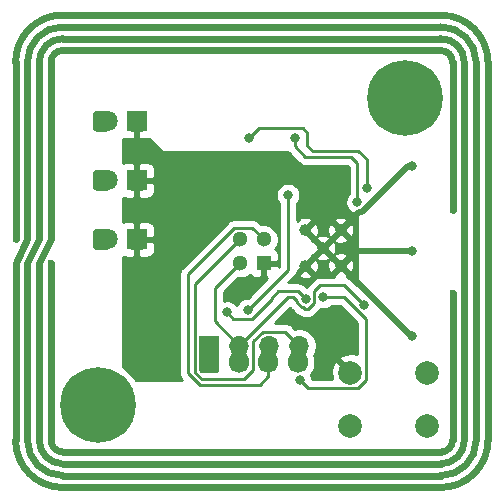
<source format=gbr>
%TF.GenerationSoftware,KiCad,Pcbnew,(5.1.9-0-10_14)*%
%TF.CreationDate,2021-04-20T15:14:01+01:00*%
%TF.ProjectId,PN532,504e3533-322e-46b6-9963-61645f706362,rev?*%
%TF.SameCoordinates,Original*%
%TF.FileFunction,Copper,L2,Bot*%
%TF.FilePolarity,Positive*%
%FSLAX46Y46*%
G04 Gerber Fmt 4.6, Leading zero omitted, Abs format (unit mm)*
G04 Created by KiCad (PCBNEW (5.1.9-0-10_14)) date 2021-04-20 15:14:01*
%MOMM*%
%LPD*%
G01*
G04 APERTURE LIST*
%TA.AperFunction,EtchedComponent*%
%ADD10C,0.600000*%
%TD*%
%TA.AperFunction,ComponentPad*%
%ADD11C,0.600000*%
%TD*%
%TA.AperFunction,ComponentPad*%
%ADD12C,1.000000*%
%TD*%
%TA.AperFunction,ComponentPad*%
%ADD13O,1.700000X1.700000*%
%TD*%
%TA.AperFunction,ComponentPad*%
%ADD14R,1.700000X1.700000*%
%TD*%
%TA.AperFunction,ComponentPad*%
%ADD15O,1.700000X1.850000*%
%TD*%
%TA.AperFunction,ComponentPad*%
%ADD16C,1.300000*%
%TD*%
%TA.AperFunction,ComponentPad*%
%ADD17R,1.300000X1.300000*%
%TD*%
%TA.AperFunction,ComponentPad*%
%ADD18C,2.000000*%
%TD*%
%TA.AperFunction,ComponentPad*%
%ADD19C,1.800000*%
%TD*%
%TA.AperFunction,ComponentPad*%
%ADD20R,1.800000X1.800000*%
%TD*%
%TA.AperFunction,ComponentPad*%
%ADD21C,0.800000*%
%TD*%
%TA.AperFunction,ComponentPad*%
%ADD22C,6.400000*%
%TD*%
%TA.AperFunction,ViaPad*%
%ADD23C,0.800000*%
%TD*%
%TA.AperFunction,Conductor*%
%ADD24C,0.500000*%
%TD*%
%TA.AperFunction,Conductor*%
%ADD25C,0.250000*%
%TD*%
%TA.AperFunction,Conductor*%
%ADD26C,0.254000*%
%TD*%
%TA.AperFunction,Conductor*%
%ADD27C,0.100000*%
%TD*%
G04 APERTURE END LIST*
D10*
%TO.C,A1*%
X105000000Y-59000000D02*
G75*
G03*
X101000000Y-63000000I0J-4000000D01*
G01*
X105000000Y-60000000D02*
G75*
G03*
X102000000Y-63000000I0J-3000000D01*
G01*
X105000000Y-61000000D02*
G75*
G03*
X103000000Y-63000000I0J-2000000D01*
G01*
X105000000Y-62000000D02*
G75*
G03*
X104000000Y-63000000I0J-1000000D01*
G01*
X101000000Y-95000000D02*
G75*
G03*
X105000000Y-99000000I4000000J0D01*
G01*
X102000000Y-95000000D02*
G75*
G03*
X105000000Y-98000000I3000000J0D01*
G01*
X103000000Y-95000000D02*
G75*
G03*
X105000000Y-97000000I2000000J0D01*
G01*
X104000000Y-95000000D02*
G75*
G03*
X105000000Y-96000000I1000000J0D01*
G01*
X141000000Y-63000000D02*
G75*
G03*
X137000000Y-59000000I-4000000J0D01*
G01*
X140000000Y-63000000D02*
G75*
G03*
X137000000Y-60000000I-3000000J0D01*
G01*
X139000000Y-63000000D02*
G75*
G03*
X137000000Y-61000000I-2000000J0D01*
G01*
X138000000Y-63000000D02*
G75*
G03*
X137000000Y-62000000I-1000000J0D01*
G01*
X137000000Y-99000000D02*
G75*
G03*
X141000000Y-95000000I0J4000000D01*
G01*
X137000000Y-98000000D02*
G75*
G03*
X140000000Y-95000000I0J3000000D01*
G01*
X137000000Y-97000000D02*
G75*
G03*
X139000000Y-95000000I0J2000000D01*
G01*
X137000000Y-96000000D02*
G75*
G03*
X138000000Y-95000000I0J1000000D01*
G01*
X105000000Y-99000000D02*
X137000000Y-99000000D01*
X141000000Y-95000000D02*
X141000000Y-63000000D01*
X137000000Y-59000000D02*
X105000000Y-59000000D01*
X140000000Y-95000000D02*
X140000000Y-63000000D01*
X137000000Y-60000000D02*
X105000000Y-60000000D01*
X137000000Y-98000000D02*
X105000000Y-98000000D01*
X105000000Y-97000000D02*
X137000000Y-97000000D01*
X139000000Y-95000000D02*
X139000000Y-63000000D01*
X137000000Y-61000000D02*
X105000000Y-61000000D01*
X105000000Y-96000000D02*
X137000000Y-96000000D01*
X138000000Y-95000000D02*
X138000000Y-82500000D01*
X138000000Y-63000000D02*
X138000000Y-75500000D01*
X137000000Y-62000000D02*
X105000000Y-62000000D01*
X104000000Y-95000000D02*
X104000000Y-80000000D01*
X103000000Y-95000000D02*
X103000000Y-80000000D01*
X103000000Y-80000000D02*
X104000000Y-78000000D01*
X104000000Y-78000000D02*
X104000000Y-63000000D01*
X102000000Y-95000000D02*
X102000000Y-80000000D01*
X102000000Y-80000000D02*
X103000000Y-78000000D01*
X103000000Y-78000000D02*
X103000000Y-63000000D01*
X101000000Y-95000000D02*
X101000000Y-80000000D01*
X101000000Y-80000000D02*
X102000000Y-78000000D01*
X102000000Y-78000000D02*
X102000000Y-63000000D01*
X101000000Y-63000000D02*
X101000000Y-78000000D01*
%TD*%
D11*
%TO.P,A1,~*%
%TO.N,N/C*%
X101000000Y-78000000D03*
X104000000Y-80000000D03*
%TO.P,A1,3*%
%TO.N,Net-(A1-Pad3)*%
X138000000Y-75500000D03*
%TO.P,A1,1*%
%TO.N,Net-(A1-Pad1)*%
X138000000Y-82500000D03*
%TO.P,A1,2*%
%TO.N,GND*%
X140000000Y-79000000D03*
%TD*%
D12*
%TO.P,U1,41*%
%TO.N,GND*%
X127025000Y-78725000D03*
X128525000Y-77225000D03*
X125525000Y-77225000D03*
X125525000Y-80225000D03*
X128525000Y-80225000D03*
%TD*%
D13*
%TO.P,J1,4*%
%TO.N,Net-(J1-Pad4)*%
X125020000Y-87000000D03*
%TO.P,J1,3*%
%TO.N,Net-(J1-Pad3)*%
X122480000Y-87000000D03*
%TO.P,J1,2*%
%TO.N,+5V*%
X119940000Y-87000000D03*
D14*
%TO.P,J1,1*%
%TO.N,GND*%
X117400000Y-87000000D03*
%TD*%
D15*
%TO.P,J2,4*%
%TO.N,Net-(J1-Pad4)*%
X124900000Y-88400000D03*
%TO.P,J2,3*%
%TO.N,Net-(J1-Pad3)*%
X122400000Y-88400000D03*
%TO.P,J2,2*%
%TO.N,+5V*%
X119900000Y-88400000D03*
%TO.P,J2,1*%
%TO.N,GND*%
%TA.AperFunction,ComponentPad*%
G36*
G01*
X116550000Y-89075000D02*
X116550000Y-87725000D01*
G75*
G02*
X116800000Y-87475000I250000J0D01*
G01*
X118000000Y-87475000D01*
G75*
G02*
X118250000Y-87725000I0J-250000D01*
G01*
X118250000Y-89075000D01*
G75*
G02*
X118000000Y-89325000I-250000J0D01*
G01*
X116800000Y-89325000D01*
G75*
G02*
X116550000Y-89075000I0J250000D01*
G01*
G37*
%TD.AperFunction*%
%TD*%
D16*
%TO.P,J3,4*%
%TO.N,Net-(J1-Pad4)*%
X120000000Y-78000000D03*
%TO.P,J3,3*%
%TO.N,Net-(J1-Pad3)*%
X122000000Y-78000000D03*
%TO.P,J3,2*%
%TO.N,+5V*%
X120000000Y-80000000D03*
D17*
%TO.P,J3,1*%
%TO.N,GND*%
X122000000Y-80000000D03*
%TD*%
D18*
%TO.P,SW1,1*%
%TO.N,GND*%
X129350000Y-89275000D03*
%TO.P,SW1,2*%
%TO.N,Net-(R10-Pad2)*%
X129350000Y-93775000D03*
%TO.P,SW1,1*%
%TO.N,GND*%
X135850000Y-89275000D03*
%TO.P,SW1,2*%
%TO.N,Net-(R10-Pad2)*%
X135850000Y-93775000D03*
%TD*%
%TO.P,D1,2*%
%TO.N,Net-(D1-Pad2)*%
%TA.AperFunction,SMDPad,CuDef*%
G36*
G01*
X108995000Y-67374374D02*
X108995000Y-68625626D01*
G75*
G02*
X108745626Y-68875000I-249374J0D01*
G01*
X107819374Y-68875000D01*
G75*
G02*
X107570000Y-68625626I0J249374D01*
G01*
X107570000Y-67374374D01*
G75*
G02*
X107819374Y-67125000I249374J0D01*
G01*
X108745626Y-67125000D01*
G75*
G02*
X108995000Y-67374374I0J-249374D01*
G01*
G37*
%TD.AperFunction*%
%TO.P,D1,1*%
%TO.N,GND*%
%TA.AperFunction,SMDPad,CuDef*%
G36*
G01*
X111970000Y-67374374D02*
X111970000Y-68625626D01*
G75*
G02*
X111720626Y-68875000I-249374J0D01*
G01*
X110794374Y-68875000D01*
G75*
G02*
X110545000Y-68625626I0J249374D01*
G01*
X110545000Y-67374374D01*
G75*
G02*
X110794374Y-67125000I249374J0D01*
G01*
X111720626Y-67125000D01*
G75*
G02*
X111970000Y-67374374I0J-249374D01*
G01*
G37*
%TD.AperFunction*%
D19*
%TO.P,D1,2*%
%TO.N,Net-(D1-Pad2)*%
X108730000Y-68000000D03*
D20*
%TO.P,D1,1*%
%TO.N,GND*%
X111270000Y-68000000D03*
%TD*%
%TO.P,D2,2*%
%TO.N,Net-(D2-Pad2)*%
%TA.AperFunction,SMDPad,CuDef*%
G36*
G01*
X108995000Y-72374374D02*
X108995000Y-73625626D01*
G75*
G02*
X108745626Y-73875000I-249374J0D01*
G01*
X107819374Y-73875000D01*
G75*
G02*
X107570000Y-73625626I0J249374D01*
G01*
X107570000Y-72374374D01*
G75*
G02*
X107819374Y-72125000I249374J0D01*
G01*
X108745626Y-72125000D01*
G75*
G02*
X108995000Y-72374374I0J-249374D01*
G01*
G37*
%TD.AperFunction*%
%TO.P,D2,1*%
%TO.N,GND*%
%TA.AperFunction,SMDPad,CuDef*%
G36*
G01*
X111970000Y-72374374D02*
X111970000Y-73625626D01*
G75*
G02*
X111720626Y-73875000I-249374J0D01*
G01*
X110794374Y-73875000D01*
G75*
G02*
X110545000Y-73625626I0J249374D01*
G01*
X110545000Y-72374374D01*
G75*
G02*
X110794374Y-72125000I249374J0D01*
G01*
X111720626Y-72125000D01*
G75*
G02*
X111970000Y-72374374I0J-249374D01*
G01*
G37*
%TD.AperFunction*%
D19*
%TO.P,D2,2*%
%TO.N,Net-(D2-Pad2)*%
X108730000Y-73000000D03*
D20*
%TO.P,D2,1*%
%TO.N,GND*%
X111270000Y-73000000D03*
%TD*%
%TO.P,D3,2*%
%TO.N,Net-(D3-Pad2)*%
%TA.AperFunction,SMDPad,CuDef*%
G36*
G01*
X108995000Y-77374374D02*
X108995000Y-78625626D01*
G75*
G02*
X108745626Y-78875000I-249374J0D01*
G01*
X107819374Y-78875000D01*
G75*
G02*
X107570000Y-78625626I0J249374D01*
G01*
X107570000Y-77374374D01*
G75*
G02*
X107819374Y-77125000I249374J0D01*
G01*
X108745626Y-77125000D01*
G75*
G02*
X108995000Y-77374374I0J-249374D01*
G01*
G37*
%TD.AperFunction*%
%TO.P,D3,1*%
%TO.N,GND*%
%TA.AperFunction,SMDPad,CuDef*%
G36*
G01*
X111970000Y-77374374D02*
X111970000Y-78625626D01*
G75*
G02*
X111720626Y-78875000I-249374J0D01*
G01*
X110794374Y-78875000D01*
G75*
G02*
X110545000Y-78625626I0J249374D01*
G01*
X110545000Y-77374374D01*
G75*
G02*
X110794374Y-77125000I249374J0D01*
G01*
X111720626Y-77125000D01*
G75*
G02*
X111970000Y-77374374I0J-249374D01*
G01*
G37*
%TD.AperFunction*%
D19*
%TO.P,D3,2*%
%TO.N,Net-(D3-Pad2)*%
X108730000Y-78000000D03*
D20*
%TO.P,D3,1*%
%TO.N,GND*%
X111270000Y-78000000D03*
%TD*%
D21*
%TO.P,H1,1*%
%TO.N,N/C*%
X135697056Y-64302944D03*
X134000000Y-63600000D03*
X132302944Y-64302944D03*
X131600000Y-66000000D03*
X132302944Y-67697056D03*
X134000000Y-68400000D03*
X135697056Y-67697056D03*
X136400000Y-66000000D03*
D22*
X134000000Y-66000000D03*
%TD*%
D21*
%TO.P,H2,1*%
%TO.N,N/C*%
X109697056Y-90302944D03*
X108000000Y-89600000D03*
X106302944Y-90302944D03*
X105600000Y-92000000D03*
X106302944Y-93697056D03*
X108000000Y-94400000D03*
X109697056Y-93697056D03*
X110400000Y-92000000D03*
D22*
X108000000Y-92000000D03*
%TD*%
D23*
%TO.N,GND*%
X113000000Y-82700000D03*
X120150000Y-75400000D03*
X124325000Y-84200000D03*
%TO.N,Net-(C10-Pad1)*%
X120800000Y-69400000D03*
%TO.N,GND*%
X134600000Y-79000000D03*
X128300000Y-85675000D03*
X134575000Y-71800000D03*
X134575000Y-86200000D03*
X121800000Y-71425000D03*
X128500000Y-73500000D03*
%TO.N,Net-(C8-Pad1)*%
X124625000Y-69400000D03*
X129950810Y-74847094D03*
%TO.N,+5V*%
X130481905Y-83556586D03*
%TO.N,Net-(R5-Pad1)*%
X125101533Y-89910927D03*
X127051144Y-82895924D03*
%TO.N,Net-(C10-Pad1)*%
X130720199Y-73675000D03*
%TO.N,Net-(R9-Pad1)*%
X125574844Y-83023497D03*
X118899980Y-84183424D03*
%TO.N,Net-(R10-Pad2)*%
X124075000Y-74250000D03*
X120706175Y-83968505D03*
%TD*%
D24*
%TO.N,GND*%
X129750000Y-79000000D02*
X128525000Y-80225000D01*
X134600000Y-79000000D02*
X129750000Y-79000000D01*
X134575000Y-71800000D02*
X134255906Y-71800000D01*
X130358811Y-75697095D02*
X130052905Y-75697095D01*
X130052905Y-75697095D02*
X128525000Y-77225000D01*
X134255906Y-71800000D02*
X130358811Y-75697095D01*
X134500000Y-86200000D02*
X128525000Y-80225000D01*
X134575000Y-86200000D02*
X134500000Y-86200000D01*
D25*
X122000000Y-80000000D02*
X121700000Y-80000000D01*
%TO.N,Net-(C8-Pad1)*%
X124625000Y-69400000D02*
X124625000Y-70125000D01*
X125500000Y-71000000D02*
X129400000Y-71000000D01*
X124625000Y-70125000D02*
X125500000Y-71000000D01*
X129400000Y-71000000D02*
X129950810Y-71550810D01*
X129950810Y-71550810D02*
X129950810Y-74847094D01*
%TO.N,+5V*%
X117849991Y-84909991D02*
X119940000Y-87000000D01*
X120000000Y-80000000D02*
X117849991Y-82150009D01*
X117849991Y-82150009D02*
X117849991Y-84909991D01*
X125348498Y-83748498D02*
X125500000Y-83900000D01*
X126300000Y-83371347D02*
X126300000Y-82400000D01*
X125771347Y-83900000D02*
X126300000Y-83371347D01*
X126800000Y-81900000D02*
X128825319Y-81900000D01*
X124849843Y-83371498D02*
X125226843Y-83748498D01*
X119940000Y-87000000D02*
X124040000Y-82900000D01*
X124040000Y-82900000D02*
X124500000Y-82900000D01*
X125500000Y-83900000D02*
X125771347Y-83900000D01*
X128825319Y-81900000D02*
X130481905Y-83556586D01*
X124500000Y-82900000D02*
X124849843Y-83249843D01*
X124849843Y-83249843D02*
X124849843Y-83371498D01*
X125226843Y-83748498D02*
X125348498Y-83748498D01*
X126300000Y-82400000D02*
X126800000Y-81900000D01*
%TO.N,Net-(J1-Pad4)*%
X120000000Y-78000000D02*
X116224990Y-81775010D01*
X116224990Y-81775010D02*
X116224990Y-89313180D01*
X116761799Y-89849989D02*
X120313601Y-89849989D01*
X120313601Y-89849989D02*
X121115001Y-89048589D01*
X121115001Y-89048589D02*
X121115001Y-86625997D01*
X121115001Y-86625997D02*
X121915999Y-85824999D01*
X121915999Y-85824999D02*
X123844999Y-85824999D01*
X116224990Y-89313180D02*
X116761799Y-89849989D01*
X123844999Y-85824999D02*
X125020000Y-87000000D01*
%TO.N,Net-(J1-Pad3)*%
X121024999Y-77024999D02*
X122000000Y-78000000D01*
X122400000Y-88400000D02*
X122400000Y-89575000D01*
X115600000Y-89324601D02*
X115600000Y-80956998D01*
X115600000Y-80956998D02*
X119531999Y-77024999D01*
X121675000Y-90300000D02*
X116575399Y-90300000D01*
X116575399Y-90300000D02*
X115600000Y-89324601D01*
X119531999Y-77024999D02*
X121024999Y-77024999D01*
X122400000Y-89575000D02*
X121675000Y-90300000D01*
%TO.N,Net-(R5-Pad1)*%
X127051144Y-82895924D02*
X128795924Y-82895924D01*
X125790607Y-90600001D02*
X125101533Y-89910927D01*
X130675001Y-89911001D02*
X129986001Y-90600001D01*
X130675001Y-84775001D02*
X130675001Y-89911001D01*
X129986001Y-90600001D02*
X125790607Y-90600001D01*
X128795924Y-82895924D02*
X130675001Y-84775001D01*
%TO.N,Net-(C10-Pad1)*%
X126150000Y-70500000D02*
X130000000Y-70500000D01*
X130720199Y-71220199D02*
X130720199Y-73675000D01*
X125700000Y-68950000D02*
X125700000Y-70050000D01*
X125700000Y-70050000D02*
X126150000Y-70500000D01*
X121600000Y-68600000D02*
X125350000Y-68600000D01*
X120800000Y-69400000D02*
X121600000Y-68600000D01*
X125350000Y-68600000D02*
X125700000Y-68950000D01*
X130000000Y-70500000D02*
X130720199Y-71220199D01*
%TO.N,Net-(R9-Pad1)*%
X119416556Y-84700000D02*
X118899980Y-84183424D01*
X123200000Y-82400000D02*
X122676503Y-82923497D01*
X124951347Y-82400000D02*
X123200000Y-82400000D01*
X125574844Y-83023497D02*
X124951347Y-82400000D01*
X122676503Y-82923497D02*
X122676503Y-83023497D01*
X121000000Y-84700000D02*
X119416556Y-84700000D01*
X122676503Y-83023497D02*
X121000000Y-84700000D01*
%TO.N,Net-(R10-Pad2)*%
X124075000Y-74250000D02*
X124075000Y-80599680D01*
X124075000Y-80599680D02*
X120706175Y-83968505D01*
%TD*%
D26*
%TO.N,GND*%
X111384500Y-67873000D02*
X111404500Y-67873000D01*
X111404500Y-68127000D01*
X111384500Y-68127000D01*
X111384500Y-69351250D01*
X111397000Y-69363750D01*
X111397000Y-69376250D01*
X111555750Y-69535000D01*
X112170000Y-69538072D01*
X112294482Y-69525812D01*
X112373191Y-69501936D01*
X112375440Y-69524776D01*
X112382667Y-69548601D01*
X112394403Y-69570557D01*
X112410197Y-69589803D01*
X113410197Y-70589803D01*
X113429443Y-70605597D01*
X113451399Y-70617333D01*
X113475224Y-70624560D01*
X113500000Y-70627000D01*
X124053813Y-70627000D01*
X124085000Y-70665001D01*
X124113998Y-70688799D01*
X124936200Y-71511002D01*
X124959999Y-71540001D01*
X125075724Y-71634974D01*
X125207753Y-71705546D01*
X125351014Y-71749003D01*
X125462667Y-71760000D01*
X125462677Y-71760000D01*
X125500000Y-71763676D01*
X125537323Y-71760000D01*
X129085199Y-71760000D01*
X129190810Y-71865612D01*
X129190811Y-74143382D01*
X129146873Y-74187320D01*
X129033605Y-74356838D01*
X128955584Y-74545196D01*
X128915810Y-74745155D01*
X128915810Y-74949033D01*
X128955584Y-75148992D01*
X129033605Y-75337350D01*
X129146873Y-75506868D01*
X129291036Y-75651031D01*
X129460554Y-75764299D01*
X129648912Y-75842320D01*
X129848871Y-75882094D01*
X129873000Y-75882094D01*
X129873000Y-81872880D01*
X129389122Y-81389002D01*
X129365320Y-81359999D01*
X129249595Y-81265026D01*
X129117566Y-81194454D01*
X129093302Y-81187094D01*
X129123561Y-81003166D01*
X128525000Y-80404605D01*
X127926439Y-81003166D01*
X127948950Y-81140000D01*
X126837325Y-81140000D01*
X126800000Y-81136324D01*
X126762675Y-81140000D01*
X126762667Y-81140000D01*
X126651014Y-81150997D01*
X126507753Y-81194454D01*
X126375724Y-81265026D01*
X126259999Y-81359999D01*
X126236196Y-81389003D01*
X125788998Y-81836201D01*
X125760000Y-81859999D01*
X125736202Y-81888997D01*
X125736201Y-81888998D01*
X125665026Y-81975724D01*
X125658199Y-81988497D01*
X125614645Y-81988497D01*
X125515150Y-81889002D01*
X125491348Y-81859999D01*
X125375623Y-81765026D01*
X125243594Y-81694454D01*
X125100333Y-81650997D01*
X124988680Y-81640000D01*
X124988669Y-81640000D01*
X124951347Y-81636324D01*
X124914025Y-81640000D01*
X124109482Y-81640000D01*
X124586003Y-81163479D01*
X124615001Y-81139681D01*
X124672627Y-81069464D01*
X124709974Y-81023957D01*
X124721087Y-81003166D01*
X124926439Y-81003166D01*
X124961550Y-81216588D01*
X125165826Y-81307458D01*
X125383905Y-81356731D01*
X125607406Y-81362511D01*
X125827740Y-81324577D01*
X126036440Y-81244387D01*
X126088450Y-81216588D01*
X126123561Y-81003166D01*
X125525000Y-80404605D01*
X124926439Y-81003166D01*
X124721087Y-81003166D01*
X124780546Y-80891927D01*
X124802625Y-80819140D01*
X124824003Y-80748666D01*
X124824251Y-80746144D01*
X125345395Y-80225000D01*
X125704605Y-80225000D01*
X126303166Y-80823561D01*
X126516588Y-80788450D01*
X126607458Y-80584174D01*
X126656731Y-80366095D01*
X126662511Y-80142594D01*
X126624577Y-79922260D01*
X126562868Y-79761658D01*
X126665826Y-79807458D01*
X126883905Y-79856731D01*
X127107406Y-79862511D01*
X127327740Y-79824577D01*
X127488342Y-79762868D01*
X127442542Y-79865826D01*
X127393269Y-80083905D01*
X127387489Y-80307406D01*
X127425423Y-80527740D01*
X127505613Y-80736440D01*
X127533412Y-80788450D01*
X127746834Y-80823561D01*
X128345395Y-80225000D01*
X128704605Y-80225000D01*
X129303166Y-80823561D01*
X129516588Y-80788450D01*
X129607458Y-80584174D01*
X129656731Y-80366095D01*
X129662511Y-80142594D01*
X129624577Y-79922260D01*
X129544387Y-79713560D01*
X129516588Y-79661550D01*
X129303166Y-79626439D01*
X128704605Y-80225000D01*
X128345395Y-80225000D01*
X127746834Y-79626439D01*
X127599287Y-79650713D01*
X127623561Y-79503166D01*
X127025000Y-78904605D01*
X126426439Y-79503166D01*
X126450713Y-79650713D01*
X126303166Y-79626439D01*
X125704605Y-80225000D01*
X125345395Y-80225000D01*
X125331253Y-80210858D01*
X125510858Y-80031253D01*
X125525000Y-80045395D01*
X126123561Y-79446834D01*
X126099287Y-79299287D01*
X126246834Y-79323561D01*
X126845395Y-78725000D01*
X127204605Y-78725000D01*
X127803166Y-79323561D01*
X127950713Y-79299287D01*
X127926439Y-79446834D01*
X128525000Y-80045395D01*
X129123561Y-79446834D01*
X129088450Y-79233412D01*
X128884174Y-79142542D01*
X128666095Y-79093269D01*
X128442594Y-79087489D01*
X128222260Y-79125423D01*
X128061658Y-79187132D01*
X128107458Y-79084174D01*
X128156731Y-78866095D01*
X128162511Y-78642594D01*
X128124577Y-78422260D01*
X128062868Y-78261658D01*
X128165826Y-78307458D01*
X128383905Y-78356731D01*
X128607406Y-78362511D01*
X128827740Y-78324577D01*
X129036440Y-78244387D01*
X129088450Y-78216588D01*
X129123561Y-78003166D01*
X128525000Y-77404605D01*
X127926439Y-78003166D01*
X127950713Y-78150713D01*
X127803166Y-78126439D01*
X127204605Y-78725000D01*
X126845395Y-78725000D01*
X126246834Y-78126439D01*
X126099287Y-78150713D01*
X126123561Y-78003166D01*
X125525000Y-77404605D01*
X125510858Y-77418748D01*
X125331253Y-77239143D01*
X125345395Y-77225000D01*
X125704605Y-77225000D01*
X126303166Y-77823561D01*
X126450713Y-77799287D01*
X126426439Y-77946834D01*
X127025000Y-78545395D01*
X127623561Y-77946834D01*
X127599287Y-77799287D01*
X127746834Y-77823561D01*
X128345395Y-77225000D01*
X128704605Y-77225000D01*
X129303166Y-77823561D01*
X129516588Y-77788450D01*
X129607458Y-77584174D01*
X129656731Y-77366095D01*
X129662511Y-77142594D01*
X129624577Y-76922260D01*
X129544387Y-76713560D01*
X129516588Y-76661550D01*
X129303166Y-76626439D01*
X128704605Y-77225000D01*
X128345395Y-77225000D01*
X127746834Y-76626439D01*
X127533412Y-76661550D01*
X127442542Y-76865826D01*
X127393269Y-77083905D01*
X127387489Y-77307406D01*
X127425423Y-77527740D01*
X127487132Y-77688342D01*
X127384174Y-77642542D01*
X127166095Y-77593269D01*
X126942594Y-77587489D01*
X126722260Y-77625423D01*
X126561658Y-77687132D01*
X126607458Y-77584174D01*
X126656731Y-77366095D01*
X126662511Y-77142594D01*
X126624577Y-76922260D01*
X126544387Y-76713560D01*
X126516588Y-76661550D01*
X126303166Y-76626439D01*
X125704605Y-77225000D01*
X125345395Y-77225000D01*
X125331253Y-77210858D01*
X125510858Y-77031253D01*
X125525000Y-77045395D01*
X126123561Y-76446834D01*
X127926439Y-76446834D01*
X128525000Y-77045395D01*
X129123561Y-76446834D01*
X129088450Y-76233412D01*
X128884174Y-76142542D01*
X128666095Y-76093269D01*
X128442594Y-76087489D01*
X128222260Y-76125423D01*
X128013560Y-76205613D01*
X127961550Y-76233412D01*
X127926439Y-76446834D01*
X126123561Y-76446834D01*
X126088450Y-76233412D01*
X125884174Y-76142542D01*
X125666095Y-76093269D01*
X125442594Y-76087489D01*
X125222260Y-76125423D01*
X125013560Y-76205613D01*
X124961550Y-76233412D01*
X124926439Y-76446831D01*
X124835000Y-76355392D01*
X124835000Y-74953711D01*
X124878937Y-74909774D01*
X124992205Y-74740256D01*
X125070226Y-74551898D01*
X125110000Y-74351939D01*
X125110000Y-74148061D01*
X125070226Y-73948102D01*
X124992205Y-73759744D01*
X124878937Y-73590226D01*
X124734774Y-73446063D01*
X124565256Y-73332795D01*
X124376898Y-73254774D01*
X124176939Y-73215000D01*
X123973061Y-73215000D01*
X123773102Y-73254774D01*
X123584744Y-73332795D01*
X123415226Y-73446063D01*
X123271063Y-73590226D01*
X123157795Y-73759744D01*
X123079774Y-73948102D01*
X123040000Y-74148061D01*
X123040000Y-74351939D01*
X123079774Y-74551898D01*
X123157795Y-74740256D01*
X123271063Y-74909774D01*
X123315000Y-74953711D01*
X123315001Y-80284877D01*
X123285244Y-80314634D01*
X123285000Y-80285750D01*
X123126250Y-80127000D01*
X122127000Y-80127000D01*
X122127000Y-81126250D01*
X122285750Y-81285000D01*
X122314635Y-81285244D01*
X120666374Y-82933505D01*
X120604236Y-82933505D01*
X120404277Y-82973279D01*
X120215919Y-83051300D01*
X120046401Y-83164568D01*
X119902238Y-83308731D01*
X119788970Y-83478249D01*
X119744812Y-83584854D01*
X119703917Y-83523650D01*
X119559754Y-83379487D01*
X119390236Y-83266219D01*
X119201878Y-83188198D01*
X119001919Y-83148424D01*
X118798041Y-83148424D01*
X118609991Y-83185829D01*
X118609991Y-82464810D01*
X119803678Y-81271124D01*
X119873439Y-81285000D01*
X120126561Y-81285000D01*
X120374821Y-81235619D01*
X120608676Y-81138753D01*
X120816870Y-80999642D01*
X120819463Y-81004494D01*
X120898815Y-81101185D01*
X120995506Y-81180537D01*
X121105820Y-81239502D01*
X121225518Y-81275812D01*
X121350000Y-81288072D01*
X121714250Y-81285000D01*
X121873000Y-81126250D01*
X121873000Y-80127000D01*
X121853000Y-80127000D01*
X121853000Y-79873000D01*
X121873000Y-79873000D01*
X121873000Y-79853000D01*
X122127000Y-79853000D01*
X122127000Y-79873000D01*
X123126250Y-79873000D01*
X123285000Y-79714250D01*
X123288072Y-79350000D01*
X123275812Y-79225518D01*
X123239502Y-79105820D01*
X123180537Y-78995506D01*
X123101185Y-78898815D01*
X123004494Y-78819463D01*
X122999642Y-78816870D01*
X123138753Y-78608676D01*
X123235619Y-78374821D01*
X123285000Y-78126561D01*
X123285000Y-77873439D01*
X123235619Y-77625179D01*
X123138753Y-77391324D01*
X122998125Y-77180860D01*
X122819140Y-77001875D01*
X122608676Y-76861247D01*
X122374821Y-76764381D01*
X122126561Y-76715000D01*
X121873439Y-76715000D01*
X121803677Y-76728876D01*
X121588803Y-76514001D01*
X121565000Y-76484998D01*
X121449275Y-76390025D01*
X121317246Y-76319453D01*
X121173985Y-76275996D01*
X121062332Y-76264999D01*
X121062321Y-76264999D01*
X121024999Y-76261323D01*
X120987677Y-76264999D01*
X119569321Y-76264999D01*
X119531998Y-76261323D01*
X119494675Y-76264999D01*
X119494666Y-76264999D01*
X119383013Y-76275996D01*
X119239752Y-76319453D01*
X119107723Y-76390025D01*
X118991998Y-76484998D01*
X118968200Y-76513996D01*
X115088998Y-80393199D01*
X115060000Y-80416997D01*
X115036202Y-80445995D01*
X115036201Y-80445996D01*
X114965026Y-80532722D01*
X114894454Y-80664752D01*
X114850998Y-80808013D01*
X114836324Y-80956998D01*
X114840001Y-80994330D01*
X114840000Y-89287279D01*
X114836324Y-89324601D01*
X114840000Y-89361923D01*
X114840000Y-89361933D01*
X114850997Y-89473586D01*
X114893085Y-89612333D01*
X114894454Y-89616847D01*
X114965026Y-89748877D01*
X114997951Y-89788996D01*
X115059999Y-89864602D01*
X115070232Y-89873000D01*
X111191099Y-89873000D01*
X110978839Y-89555330D01*
X110444670Y-89021161D01*
X110127000Y-88808901D01*
X110127000Y-79489860D01*
X110245518Y-79525812D01*
X110370000Y-79538072D01*
X110984250Y-79535000D01*
X111143000Y-79376250D01*
X111143000Y-78127000D01*
X111384500Y-78127000D01*
X111384500Y-79351250D01*
X111397000Y-79363750D01*
X111397000Y-79376250D01*
X111555750Y-79535000D01*
X112170000Y-79538072D01*
X112294482Y-79525812D01*
X112414180Y-79489502D01*
X112524494Y-79430537D01*
X112621185Y-79351185D01*
X112700537Y-79254494D01*
X112759502Y-79144180D01*
X112795812Y-79024482D01*
X112808072Y-78900000D01*
X112805000Y-78285750D01*
X112646250Y-78127000D01*
X111384500Y-78127000D01*
X111143000Y-78127000D01*
X111123000Y-78127000D01*
X111123000Y-77873000D01*
X111143000Y-77873000D01*
X111143000Y-76648750D01*
X111384500Y-76648750D01*
X111384500Y-77873000D01*
X112646250Y-77873000D01*
X112805000Y-77714250D01*
X112808072Y-77100000D01*
X112795812Y-76975518D01*
X112759502Y-76855820D01*
X112700537Y-76745506D01*
X112621185Y-76648815D01*
X112524494Y-76569463D01*
X112414180Y-76510498D01*
X112294482Y-76474188D01*
X112170000Y-76461928D01*
X111555750Y-76465000D01*
X111397000Y-76623750D01*
X111397000Y-76636250D01*
X111384500Y-76648750D01*
X111143000Y-76648750D01*
X111143000Y-76623750D01*
X110984250Y-76465000D01*
X110370000Y-76461928D01*
X110245518Y-76474188D01*
X110127000Y-76510140D01*
X110127000Y-74489860D01*
X110245518Y-74525812D01*
X110370000Y-74538072D01*
X110984250Y-74535000D01*
X111143000Y-74376250D01*
X111143000Y-73127000D01*
X111384500Y-73127000D01*
X111384500Y-74351250D01*
X111397000Y-74363750D01*
X111397000Y-74376250D01*
X111555750Y-74535000D01*
X112170000Y-74538072D01*
X112294482Y-74525812D01*
X112414180Y-74489502D01*
X112524494Y-74430537D01*
X112621185Y-74351185D01*
X112700537Y-74254494D01*
X112759502Y-74144180D01*
X112795812Y-74024482D01*
X112808072Y-73900000D01*
X112805000Y-73285750D01*
X112646250Y-73127000D01*
X111384500Y-73127000D01*
X111143000Y-73127000D01*
X111123000Y-73127000D01*
X111123000Y-72873000D01*
X111143000Y-72873000D01*
X111143000Y-71648750D01*
X111384500Y-71648750D01*
X111384500Y-72873000D01*
X112646250Y-72873000D01*
X112805000Y-72714250D01*
X112808072Y-72100000D01*
X112795812Y-71975518D01*
X112759502Y-71855820D01*
X112700537Y-71745506D01*
X112621185Y-71648815D01*
X112524494Y-71569463D01*
X112414180Y-71510498D01*
X112294482Y-71474188D01*
X112170000Y-71461928D01*
X111555750Y-71465000D01*
X111397000Y-71623750D01*
X111397000Y-71636250D01*
X111384500Y-71648750D01*
X111143000Y-71648750D01*
X111143000Y-71623750D01*
X110984250Y-71465000D01*
X110370000Y-71461928D01*
X110245518Y-71474188D01*
X110127000Y-71510140D01*
X110127000Y-69489860D01*
X110245518Y-69525812D01*
X110370000Y-69538072D01*
X110984250Y-69535000D01*
X111143000Y-69376250D01*
X111143000Y-68127000D01*
X111123000Y-68127000D01*
X111123000Y-67873000D01*
X111143000Y-67873000D01*
X111143000Y-67853000D01*
X111384500Y-67853000D01*
X111384500Y-67873000D01*
%TA.AperFunction,Conductor*%
D27*
G36*
X111384500Y-67873000D02*
G01*
X111404500Y-67873000D01*
X111404500Y-68127000D01*
X111384500Y-68127000D01*
X111384500Y-69351250D01*
X111397000Y-69363750D01*
X111397000Y-69376250D01*
X111555750Y-69535000D01*
X112170000Y-69538072D01*
X112294482Y-69525812D01*
X112373191Y-69501936D01*
X112375440Y-69524776D01*
X112382667Y-69548601D01*
X112394403Y-69570557D01*
X112410197Y-69589803D01*
X113410197Y-70589803D01*
X113429443Y-70605597D01*
X113451399Y-70617333D01*
X113475224Y-70624560D01*
X113500000Y-70627000D01*
X124053813Y-70627000D01*
X124085000Y-70665001D01*
X124113998Y-70688799D01*
X124936200Y-71511002D01*
X124959999Y-71540001D01*
X125075724Y-71634974D01*
X125207753Y-71705546D01*
X125351014Y-71749003D01*
X125462667Y-71760000D01*
X125462677Y-71760000D01*
X125500000Y-71763676D01*
X125537323Y-71760000D01*
X129085199Y-71760000D01*
X129190810Y-71865612D01*
X129190811Y-74143382D01*
X129146873Y-74187320D01*
X129033605Y-74356838D01*
X128955584Y-74545196D01*
X128915810Y-74745155D01*
X128915810Y-74949033D01*
X128955584Y-75148992D01*
X129033605Y-75337350D01*
X129146873Y-75506868D01*
X129291036Y-75651031D01*
X129460554Y-75764299D01*
X129648912Y-75842320D01*
X129848871Y-75882094D01*
X129873000Y-75882094D01*
X129873000Y-81872880D01*
X129389122Y-81389002D01*
X129365320Y-81359999D01*
X129249595Y-81265026D01*
X129117566Y-81194454D01*
X129093302Y-81187094D01*
X129123561Y-81003166D01*
X128525000Y-80404605D01*
X127926439Y-81003166D01*
X127948950Y-81140000D01*
X126837325Y-81140000D01*
X126800000Y-81136324D01*
X126762675Y-81140000D01*
X126762667Y-81140000D01*
X126651014Y-81150997D01*
X126507753Y-81194454D01*
X126375724Y-81265026D01*
X126259999Y-81359999D01*
X126236196Y-81389003D01*
X125788998Y-81836201D01*
X125760000Y-81859999D01*
X125736202Y-81888997D01*
X125736201Y-81888998D01*
X125665026Y-81975724D01*
X125658199Y-81988497D01*
X125614645Y-81988497D01*
X125515150Y-81889002D01*
X125491348Y-81859999D01*
X125375623Y-81765026D01*
X125243594Y-81694454D01*
X125100333Y-81650997D01*
X124988680Y-81640000D01*
X124988669Y-81640000D01*
X124951347Y-81636324D01*
X124914025Y-81640000D01*
X124109482Y-81640000D01*
X124586003Y-81163479D01*
X124615001Y-81139681D01*
X124672627Y-81069464D01*
X124709974Y-81023957D01*
X124721087Y-81003166D01*
X124926439Y-81003166D01*
X124961550Y-81216588D01*
X125165826Y-81307458D01*
X125383905Y-81356731D01*
X125607406Y-81362511D01*
X125827740Y-81324577D01*
X126036440Y-81244387D01*
X126088450Y-81216588D01*
X126123561Y-81003166D01*
X125525000Y-80404605D01*
X124926439Y-81003166D01*
X124721087Y-81003166D01*
X124780546Y-80891927D01*
X124802625Y-80819140D01*
X124824003Y-80748666D01*
X124824251Y-80746144D01*
X125345395Y-80225000D01*
X125704605Y-80225000D01*
X126303166Y-80823561D01*
X126516588Y-80788450D01*
X126607458Y-80584174D01*
X126656731Y-80366095D01*
X126662511Y-80142594D01*
X126624577Y-79922260D01*
X126562868Y-79761658D01*
X126665826Y-79807458D01*
X126883905Y-79856731D01*
X127107406Y-79862511D01*
X127327740Y-79824577D01*
X127488342Y-79762868D01*
X127442542Y-79865826D01*
X127393269Y-80083905D01*
X127387489Y-80307406D01*
X127425423Y-80527740D01*
X127505613Y-80736440D01*
X127533412Y-80788450D01*
X127746834Y-80823561D01*
X128345395Y-80225000D01*
X128704605Y-80225000D01*
X129303166Y-80823561D01*
X129516588Y-80788450D01*
X129607458Y-80584174D01*
X129656731Y-80366095D01*
X129662511Y-80142594D01*
X129624577Y-79922260D01*
X129544387Y-79713560D01*
X129516588Y-79661550D01*
X129303166Y-79626439D01*
X128704605Y-80225000D01*
X128345395Y-80225000D01*
X127746834Y-79626439D01*
X127599287Y-79650713D01*
X127623561Y-79503166D01*
X127025000Y-78904605D01*
X126426439Y-79503166D01*
X126450713Y-79650713D01*
X126303166Y-79626439D01*
X125704605Y-80225000D01*
X125345395Y-80225000D01*
X125331253Y-80210858D01*
X125510858Y-80031253D01*
X125525000Y-80045395D01*
X126123561Y-79446834D01*
X126099287Y-79299287D01*
X126246834Y-79323561D01*
X126845395Y-78725000D01*
X127204605Y-78725000D01*
X127803166Y-79323561D01*
X127950713Y-79299287D01*
X127926439Y-79446834D01*
X128525000Y-80045395D01*
X129123561Y-79446834D01*
X129088450Y-79233412D01*
X128884174Y-79142542D01*
X128666095Y-79093269D01*
X128442594Y-79087489D01*
X128222260Y-79125423D01*
X128061658Y-79187132D01*
X128107458Y-79084174D01*
X128156731Y-78866095D01*
X128162511Y-78642594D01*
X128124577Y-78422260D01*
X128062868Y-78261658D01*
X128165826Y-78307458D01*
X128383905Y-78356731D01*
X128607406Y-78362511D01*
X128827740Y-78324577D01*
X129036440Y-78244387D01*
X129088450Y-78216588D01*
X129123561Y-78003166D01*
X128525000Y-77404605D01*
X127926439Y-78003166D01*
X127950713Y-78150713D01*
X127803166Y-78126439D01*
X127204605Y-78725000D01*
X126845395Y-78725000D01*
X126246834Y-78126439D01*
X126099287Y-78150713D01*
X126123561Y-78003166D01*
X125525000Y-77404605D01*
X125510858Y-77418748D01*
X125331253Y-77239143D01*
X125345395Y-77225000D01*
X125704605Y-77225000D01*
X126303166Y-77823561D01*
X126450713Y-77799287D01*
X126426439Y-77946834D01*
X127025000Y-78545395D01*
X127623561Y-77946834D01*
X127599287Y-77799287D01*
X127746834Y-77823561D01*
X128345395Y-77225000D01*
X128704605Y-77225000D01*
X129303166Y-77823561D01*
X129516588Y-77788450D01*
X129607458Y-77584174D01*
X129656731Y-77366095D01*
X129662511Y-77142594D01*
X129624577Y-76922260D01*
X129544387Y-76713560D01*
X129516588Y-76661550D01*
X129303166Y-76626439D01*
X128704605Y-77225000D01*
X128345395Y-77225000D01*
X127746834Y-76626439D01*
X127533412Y-76661550D01*
X127442542Y-76865826D01*
X127393269Y-77083905D01*
X127387489Y-77307406D01*
X127425423Y-77527740D01*
X127487132Y-77688342D01*
X127384174Y-77642542D01*
X127166095Y-77593269D01*
X126942594Y-77587489D01*
X126722260Y-77625423D01*
X126561658Y-77687132D01*
X126607458Y-77584174D01*
X126656731Y-77366095D01*
X126662511Y-77142594D01*
X126624577Y-76922260D01*
X126544387Y-76713560D01*
X126516588Y-76661550D01*
X126303166Y-76626439D01*
X125704605Y-77225000D01*
X125345395Y-77225000D01*
X125331253Y-77210858D01*
X125510858Y-77031253D01*
X125525000Y-77045395D01*
X126123561Y-76446834D01*
X127926439Y-76446834D01*
X128525000Y-77045395D01*
X129123561Y-76446834D01*
X129088450Y-76233412D01*
X128884174Y-76142542D01*
X128666095Y-76093269D01*
X128442594Y-76087489D01*
X128222260Y-76125423D01*
X128013560Y-76205613D01*
X127961550Y-76233412D01*
X127926439Y-76446834D01*
X126123561Y-76446834D01*
X126088450Y-76233412D01*
X125884174Y-76142542D01*
X125666095Y-76093269D01*
X125442594Y-76087489D01*
X125222260Y-76125423D01*
X125013560Y-76205613D01*
X124961550Y-76233412D01*
X124926439Y-76446831D01*
X124835000Y-76355392D01*
X124835000Y-74953711D01*
X124878937Y-74909774D01*
X124992205Y-74740256D01*
X125070226Y-74551898D01*
X125110000Y-74351939D01*
X125110000Y-74148061D01*
X125070226Y-73948102D01*
X124992205Y-73759744D01*
X124878937Y-73590226D01*
X124734774Y-73446063D01*
X124565256Y-73332795D01*
X124376898Y-73254774D01*
X124176939Y-73215000D01*
X123973061Y-73215000D01*
X123773102Y-73254774D01*
X123584744Y-73332795D01*
X123415226Y-73446063D01*
X123271063Y-73590226D01*
X123157795Y-73759744D01*
X123079774Y-73948102D01*
X123040000Y-74148061D01*
X123040000Y-74351939D01*
X123079774Y-74551898D01*
X123157795Y-74740256D01*
X123271063Y-74909774D01*
X123315000Y-74953711D01*
X123315001Y-80284877D01*
X123285244Y-80314634D01*
X123285000Y-80285750D01*
X123126250Y-80127000D01*
X122127000Y-80127000D01*
X122127000Y-81126250D01*
X122285750Y-81285000D01*
X122314635Y-81285244D01*
X120666374Y-82933505D01*
X120604236Y-82933505D01*
X120404277Y-82973279D01*
X120215919Y-83051300D01*
X120046401Y-83164568D01*
X119902238Y-83308731D01*
X119788970Y-83478249D01*
X119744812Y-83584854D01*
X119703917Y-83523650D01*
X119559754Y-83379487D01*
X119390236Y-83266219D01*
X119201878Y-83188198D01*
X119001919Y-83148424D01*
X118798041Y-83148424D01*
X118609991Y-83185829D01*
X118609991Y-82464810D01*
X119803678Y-81271124D01*
X119873439Y-81285000D01*
X120126561Y-81285000D01*
X120374821Y-81235619D01*
X120608676Y-81138753D01*
X120816870Y-80999642D01*
X120819463Y-81004494D01*
X120898815Y-81101185D01*
X120995506Y-81180537D01*
X121105820Y-81239502D01*
X121225518Y-81275812D01*
X121350000Y-81288072D01*
X121714250Y-81285000D01*
X121873000Y-81126250D01*
X121873000Y-80127000D01*
X121853000Y-80127000D01*
X121853000Y-79873000D01*
X121873000Y-79873000D01*
X121873000Y-79853000D01*
X122127000Y-79853000D01*
X122127000Y-79873000D01*
X123126250Y-79873000D01*
X123285000Y-79714250D01*
X123288072Y-79350000D01*
X123275812Y-79225518D01*
X123239502Y-79105820D01*
X123180537Y-78995506D01*
X123101185Y-78898815D01*
X123004494Y-78819463D01*
X122999642Y-78816870D01*
X123138753Y-78608676D01*
X123235619Y-78374821D01*
X123285000Y-78126561D01*
X123285000Y-77873439D01*
X123235619Y-77625179D01*
X123138753Y-77391324D01*
X122998125Y-77180860D01*
X122819140Y-77001875D01*
X122608676Y-76861247D01*
X122374821Y-76764381D01*
X122126561Y-76715000D01*
X121873439Y-76715000D01*
X121803677Y-76728876D01*
X121588803Y-76514001D01*
X121565000Y-76484998D01*
X121449275Y-76390025D01*
X121317246Y-76319453D01*
X121173985Y-76275996D01*
X121062332Y-76264999D01*
X121062321Y-76264999D01*
X121024999Y-76261323D01*
X120987677Y-76264999D01*
X119569321Y-76264999D01*
X119531998Y-76261323D01*
X119494675Y-76264999D01*
X119494666Y-76264999D01*
X119383013Y-76275996D01*
X119239752Y-76319453D01*
X119107723Y-76390025D01*
X118991998Y-76484998D01*
X118968200Y-76513996D01*
X115088998Y-80393199D01*
X115060000Y-80416997D01*
X115036202Y-80445995D01*
X115036201Y-80445996D01*
X114965026Y-80532722D01*
X114894454Y-80664752D01*
X114850998Y-80808013D01*
X114836324Y-80956998D01*
X114840001Y-80994330D01*
X114840000Y-89287279D01*
X114836324Y-89324601D01*
X114840000Y-89361923D01*
X114840000Y-89361933D01*
X114850997Y-89473586D01*
X114893085Y-89612333D01*
X114894454Y-89616847D01*
X114965026Y-89748877D01*
X114997951Y-89788996D01*
X115059999Y-89864602D01*
X115070232Y-89873000D01*
X111191099Y-89873000D01*
X110978839Y-89555330D01*
X110444670Y-89021161D01*
X110127000Y-88808901D01*
X110127000Y-79489860D01*
X110245518Y-79525812D01*
X110370000Y-79538072D01*
X110984250Y-79535000D01*
X111143000Y-79376250D01*
X111143000Y-78127000D01*
X111384500Y-78127000D01*
X111384500Y-79351250D01*
X111397000Y-79363750D01*
X111397000Y-79376250D01*
X111555750Y-79535000D01*
X112170000Y-79538072D01*
X112294482Y-79525812D01*
X112414180Y-79489502D01*
X112524494Y-79430537D01*
X112621185Y-79351185D01*
X112700537Y-79254494D01*
X112759502Y-79144180D01*
X112795812Y-79024482D01*
X112808072Y-78900000D01*
X112805000Y-78285750D01*
X112646250Y-78127000D01*
X111384500Y-78127000D01*
X111143000Y-78127000D01*
X111123000Y-78127000D01*
X111123000Y-77873000D01*
X111143000Y-77873000D01*
X111143000Y-76648750D01*
X111384500Y-76648750D01*
X111384500Y-77873000D01*
X112646250Y-77873000D01*
X112805000Y-77714250D01*
X112808072Y-77100000D01*
X112795812Y-76975518D01*
X112759502Y-76855820D01*
X112700537Y-76745506D01*
X112621185Y-76648815D01*
X112524494Y-76569463D01*
X112414180Y-76510498D01*
X112294482Y-76474188D01*
X112170000Y-76461928D01*
X111555750Y-76465000D01*
X111397000Y-76623750D01*
X111397000Y-76636250D01*
X111384500Y-76648750D01*
X111143000Y-76648750D01*
X111143000Y-76623750D01*
X110984250Y-76465000D01*
X110370000Y-76461928D01*
X110245518Y-76474188D01*
X110127000Y-76510140D01*
X110127000Y-74489860D01*
X110245518Y-74525812D01*
X110370000Y-74538072D01*
X110984250Y-74535000D01*
X111143000Y-74376250D01*
X111143000Y-73127000D01*
X111384500Y-73127000D01*
X111384500Y-74351250D01*
X111397000Y-74363750D01*
X111397000Y-74376250D01*
X111555750Y-74535000D01*
X112170000Y-74538072D01*
X112294482Y-74525812D01*
X112414180Y-74489502D01*
X112524494Y-74430537D01*
X112621185Y-74351185D01*
X112700537Y-74254494D01*
X112759502Y-74144180D01*
X112795812Y-74024482D01*
X112808072Y-73900000D01*
X112805000Y-73285750D01*
X112646250Y-73127000D01*
X111384500Y-73127000D01*
X111143000Y-73127000D01*
X111123000Y-73127000D01*
X111123000Y-72873000D01*
X111143000Y-72873000D01*
X111143000Y-71648750D01*
X111384500Y-71648750D01*
X111384500Y-72873000D01*
X112646250Y-72873000D01*
X112805000Y-72714250D01*
X112808072Y-72100000D01*
X112795812Y-71975518D01*
X112759502Y-71855820D01*
X112700537Y-71745506D01*
X112621185Y-71648815D01*
X112524494Y-71569463D01*
X112414180Y-71510498D01*
X112294482Y-71474188D01*
X112170000Y-71461928D01*
X111555750Y-71465000D01*
X111397000Y-71623750D01*
X111397000Y-71636250D01*
X111384500Y-71648750D01*
X111143000Y-71648750D01*
X111143000Y-71623750D01*
X110984250Y-71465000D01*
X110370000Y-71461928D01*
X110245518Y-71474188D01*
X110127000Y-71510140D01*
X110127000Y-69489860D01*
X110245518Y-69525812D01*
X110370000Y-69538072D01*
X110984250Y-69535000D01*
X111143000Y-69376250D01*
X111143000Y-68127000D01*
X111123000Y-68127000D01*
X111123000Y-67873000D01*
X111143000Y-67873000D01*
X111143000Y-67853000D01*
X111384500Y-67853000D01*
X111384500Y-67873000D01*
G37*
%TD.AperFunction*%
D26*
X129873000Y-85047802D02*
X129873000Y-87721861D01*
X129608892Y-87652616D01*
X129287405Y-87633282D01*
X128968325Y-87677039D01*
X128663912Y-87782205D01*
X128489956Y-87875186D01*
X128394192Y-88139587D01*
X129350000Y-89095395D01*
X129364143Y-89081253D01*
X129543748Y-89260858D01*
X129529605Y-89275000D01*
X129543748Y-89289143D01*
X129364143Y-89468748D01*
X129350000Y-89454605D01*
X129335858Y-89468748D01*
X129156253Y-89289143D01*
X129170395Y-89275000D01*
X128214587Y-88319192D01*
X127950186Y-88414956D01*
X127809296Y-88704571D01*
X127727616Y-89016108D01*
X127708282Y-89337595D01*
X127752039Y-89656675D01*
X127815373Y-89840001D01*
X126136533Y-89840001D01*
X126136533Y-89808988D01*
X126096759Y-89609029D01*
X126027536Y-89441911D01*
X126140706Y-89304013D01*
X126278599Y-89046033D01*
X126363513Y-88766110D01*
X126385000Y-88547949D01*
X126385000Y-88252050D01*
X126363513Y-88033889D01*
X126285971Y-87778269D01*
X126335990Y-87703411D01*
X126447932Y-87433158D01*
X126505000Y-87146260D01*
X126505000Y-86853740D01*
X126447932Y-86566842D01*
X126335990Y-86296589D01*
X126173475Y-86053368D01*
X125966632Y-85846525D01*
X125723411Y-85684010D01*
X125453158Y-85572068D01*
X125166260Y-85515000D01*
X124873740Y-85515000D01*
X124653592Y-85558791D01*
X124408803Y-85314002D01*
X124385000Y-85284998D01*
X124269275Y-85190025D01*
X124137246Y-85119453D01*
X123993985Y-85075996D01*
X123882332Y-85064999D01*
X123882321Y-85064999D01*
X123844999Y-85061323D01*
X123807677Y-85064999D01*
X122949803Y-85064999D01*
X124216744Y-83798058D01*
X124309842Y-83911499D01*
X124338845Y-83935301D01*
X124663039Y-84259495D01*
X124686842Y-84288499D01*
X124802567Y-84383472D01*
X124847995Y-84407754D01*
X124934596Y-84454044D01*
X125002039Y-84474502D01*
X125075724Y-84534974D01*
X125207753Y-84605546D01*
X125351014Y-84649003D01*
X125462667Y-84660000D01*
X125462676Y-84660000D01*
X125499999Y-84663676D01*
X125537322Y-84660000D01*
X125734025Y-84660000D01*
X125771347Y-84663676D01*
X125808669Y-84660000D01*
X125808680Y-84660000D01*
X125920333Y-84649003D01*
X126063594Y-84605546D01*
X126195623Y-84534974D01*
X126311348Y-84440001D01*
X126335150Y-84410998D01*
X126811003Y-83935145D01*
X126840001Y-83911348D01*
X126841515Y-83909503D01*
X126949205Y-83930924D01*
X127153083Y-83930924D01*
X127353042Y-83891150D01*
X127541400Y-83813129D01*
X127710918Y-83699861D01*
X127754855Y-83655924D01*
X128481123Y-83655924D01*
X129873000Y-85047802D01*
%TA.AperFunction,Conductor*%
D27*
G36*
X129873000Y-85047802D02*
G01*
X129873000Y-87721861D01*
X129608892Y-87652616D01*
X129287405Y-87633282D01*
X128968325Y-87677039D01*
X128663912Y-87782205D01*
X128489956Y-87875186D01*
X128394192Y-88139587D01*
X129350000Y-89095395D01*
X129364143Y-89081253D01*
X129543748Y-89260858D01*
X129529605Y-89275000D01*
X129543748Y-89289143D01*
X129364143Y-89468748D01*
X129350000Y-89454605D01*
X129335858Y-89468748D01*
X129156253Y-89289143D01*
X129170395Y-89275000D01*
X128214587Y-88319192D01*
X127950186Y-88414956D01*
X127809296Y-88704571D01*
X127727616Y-89016108D01*
X127708282Y-89337595D01*
X127752039Y-89656675D01*
X127815373Y-89840001D01*
X126136533Y-89840001D01*
X126136533Y-89808988D01*
X126096759Y-89609029D01*
X126027536Y-89441911D01*
X126140706Y-89304013D01*
X126278599Y-89046033D01*
X126363513Y-88766110D01*
X126385000Y-88547949D01*
X126385000Y-88252050D01*
X126363513Y-88033889D01*
X126285971Y-87778269D01*
X126335990Y-87703411D01*
X126447932Y-87433158D01*
X126505000Y-87146260D01*
X126505000Y-86853740D01*
X126447932Y-86566842D01*
X126335990Y-86296589D01*
X126173475Y-86053368D01*
X125966632Y-85846525D01*
X125723411Y-85684010D01*
X125453158Y-85572068D01*
X125166260Y-85515000D01*
X124873740Y-85515000D01*
X124653592Y-85558791D01*
X124408803Y-85314002D01*
X124385000Y-85284998D01*
X124269275Y-85190025D01*
X124137246Y-85119453D01*
X123993985Y-85075996D01*
X123882332Y-85064999D01*
X123882321Y-85064999D01*
X123844999Y-85061323D01*
X123807677Y-85064999D01*
X122949803Y-85064999D01*
X124216744Y-83798058D01*
X124309842Y-83911499D01*
X124338845Y-83935301D01*
X124663039Y-84259495D01*
X124686842Y-84288499D01*
X124802567Y-84383472D01*
X124847995Y-84407754D01*
X124934596Y-84454044D01*
X125002039Y-84474502D01*
X125075724Y-84534974D01*
X125207753Y-84605546D01*
X125351014Y-84649003D01*
X125462667Y-84660000D01*
X125462676Y-84660000D01*
X125499999Y-84663676D01*
X125537322Y-84660000D01*
X125734025Y-84660000D01*
X125771347Y-84663676D01*
X125808669Y-84660000D01*
X125808680Y-84660000D01*
X125920333Y-84649003D01*
X126063594Y-84605546D01*
X126195623Y-84534974D01*
X126311348Y-84440001D01*
X126335150Y-84410998D01*
X126811003Y-83935145D01*
X126840001Y-83911348D01*
X126841515Y-83909503D01*
X126949205Y-83930924D01*
X127153083Y-83930924D01*
X127353042Y-83891150D01*
X127541400Y-83813129D01*
X127710918Y-83699861D01*
X127754855Y-83655924D01*
X128481123Y-83655924D01*
X129873000Y-85047802D01*
G37*
%TD.AperFunction*%
D26*
X117527000Y-86873000D02*
X117547000Y-86873000D01*
X117547000Y-86978750D01*
X117527000Y-86998750D01*
X117527000Y-88326250D01*
X117547000Y-88346250D01*
X117547000Y-88527000D01*
X117527000Y-88527000D01*
X117527000Y-88547000D01*
X117273000Y-88547000D01*
X117273000Y-88527000D01*
X117253000Y-88527000D01*
X117253000Y-88346250D01*
X117273000Y-88326250D01*
X117273000Y-86998750D01*
X117253000Y-86978750D01*
X117253000Y-86873000D01*
X117273000Y-86873000D01*
X117273000Y-86853000D01*
X117527000Y-86853000D01*
X117527000Y-86873000D01*
%TA.AperFunction,Conductor*%
D27*
G36*
X117527000Y-86873000D02*
G01*
X117547000Y-86873000D01*
X117547000Y-86978750D01*
X117527000Y-86998750D01*
X117527000Y-88326250D01*
X117547000Y-88346250D01*
X117547000Y-88527000D01*
X117527000Y-88527000D01*
X117527000Y-88547000D01*
X117273000Y-88547000D01*
X117273000Y-88527000D01*
X117253000Y-88527000D01*
X117253000Y-88346250D01*
X117273000Y-88326250D01*
X117273000Y-86998750D01*
X117253000Y-86978750D01*
X117253000Y-86873000D01*
X117273000Y-86873000D01*
X117273000Y-86853000D01*
X117527000Y-86853000D01*
X117527000Y-86873000D01*
G37*
%TD.AperFunction*%
%TD*%
M02*

</source>
